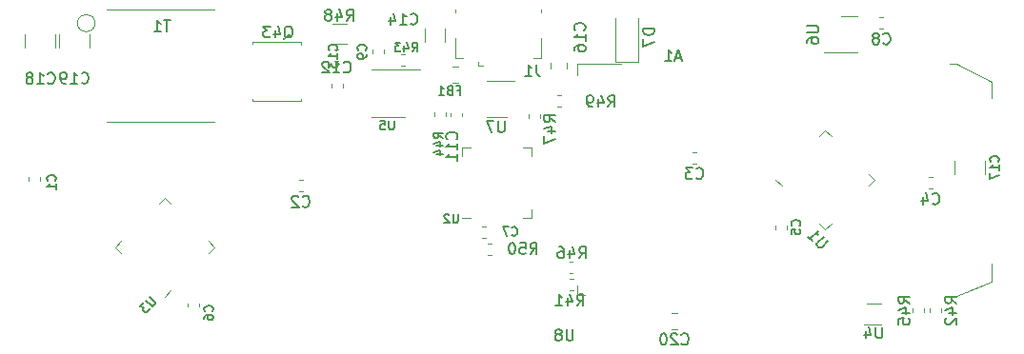
<source format=gbr>
G04 #@! TF.GenerationSoftware,KiCad,Pcbnew,(5.1.4)-1*
G04 #@! TF.CreationDate,2020-01-25T19:49:42-07:00*
G04 #@! TF.ProjectId,PCBV1,50434256-312e-46b6-9963-61645f706362,rev?*
G04 #@! TF.SameCoordinates,Original*
G04 #@! TF.FileFunction,Legend,Bot*
G04 #@! TF.FilePolarity,Positive*
%FSLAX46Y46*%
G04 Gerber Fmt 4.6, Leading zero omitted, Abs format (unit mm)*
G04 Created by KiCad (PCBNEW (5.1.4)-1) date 2020-01-25 19:49:42*
%MOMM*%
%LPD*%
G04 APERTURE LIST*
%ADD10C,0.120000*%
%ADD11C,0.101600*%
%ADD12C,0.100000*%
%ADD13C,0.150000*%
G04 APERTURE END LIST*
D10*
X104665000Y-55283578D02*
X104665000Y-54766422D01*
X106085000Y-55283578D02*
X106085000Y-54766422D01*
X112450000Y-54750000D02*
X112450000Y-50850000D01*
X110450000Y-54750000D02*
X110450000Y-50850000D01*
X112450000Y-54750000D02*
X110450000Y-54750000D01*
X115416422Y-77065000D02*
X115933578Y-77065000D01*
X115416422Y-78485000D02*
X115933578Y-78485000D01*
X106337221Y-72490000D02*
X106662779Y-72490000D01*
X106337221Y-73510000D02*
X106662779Y-73510000D01*
X106700279Y-75010000D02*
X106374721Y-75010000D01*
X106700279Y-73990000D02*
X106374721Y-73990000D01*
X138299721Y-64990000D02*
X138625279Y-64990000D01*
X138299721Y-66010000D02*
X138625279Y-66010000D01*
X117299721Y-62740000D02*
X117625279Y-62740000D01*
X117299721Y-63760000D02*
X117625279Y-63760000D01*
X82299721Y-65240000D02*
X82625279Y-65240000D01*
X82299721Y-66260000D02*
X82625279Y-66260000D01*
X99000000Y-56365000D02*
X101450000Y-56365000D01*
X100800000Y-59585000D02*
X99000000Y-59585000D01*
X98240000Y-55060000D02*
X98240000Y-54670000D01*
X98240000Y-55060000D02*
X98690000Y-55060000D01*
X103810000Y-54360000D02*
X103160000Y-54360000D01*
X103810000Y-52630000D02*
X103810000Y-54360000D01*
X96190000Y-50060000D02*
X96190000Y-50270000D01*
X103810000Y-50060000D02*
X103810000Y-50270000D01*
X96190000Y-52630000D02*
X96190000Y-54360000D01*
X96190000Y-54360000D02*
X96850000Y-54360000D01*
X128975000Y-53905000D02*
X131975000Y-53905000D01*
X130475000Y-50685000D02*
X131975000Y-50685000D01*
X132500000Y-78050000D02*
X134050000Y-78050000D01*
X134050000Y-76250000D02*
X132750000Y-76250000D01*
X136825000Y-76987779D02*
X136825000Y-76662221D01*
X137845000Y-76987779D02*
X137845000Y-76662221D01*
X138375000Y-77000279D02*
X138375000Y-76674721D01*
X139395000Y-77000279D02*
X139395000Y-76674721D01*
X133924721Y-50760000D02*
X134250279Y-50760000D01*
X133924721Y-51780000D02*
X134250279Y-51780000D01*
D11*
X107035000Y-75495000D02*
X107710000Y-75495000D01*
X107035000Y-74645000D02*
X107035000Y-75495000D01*
X143910000Y-74245000D02*
X143910000Y-72645000D01*
X140760000Y-75570000D02*
X143910000Y-74245000D01*
X140060000Y-75570000D02*
X140760000Y-75570000D01*
X143860000Y-56470000D02*
X143860000Y-57945000D01*
X140735000Y-54920000D02*
X143860000Y-56470000D01*
X140185000Y-54920000D02*
X140735000Y-54920000D01*
X107035000Y-54920000D02*
X110960000Y-54920000D01*
X107035000Y-55895000D02*
X107035000Y-54920000D01*
D10*
X64183845Y-51265000D02*
G75*
G03X64183845Y-51265000I-778845J0D01*
G01*
D12*
X65255000Y-50075000D02*
X74755000Y-50075000D01*
X65255000Y-60075000D02*
X74755000Y-60075000D01*
D10*
X125222126Y-65730330D02*
X124691796Y-65200000D01*
X133488204Y-65200000D02*
X132957874Y-65730330D01*
X132957874Y-64669670D02*
X133488204Y-65200000D01*
X129090000Y-60801796D02*
X128559670Y-61332126D01*
X129620330Y-61332126D02*
X129090000Y-60801796D01*
X129090000Y-69598204D02*
X129620330Y-69067874D01*
X128559670Y-69067874D02*
X129090000Y-69598204D01*
X99412779Y-71860000D02*
X99087221Y-71860000D01*
X99412779Y-70840000D02*
X99087221Y-70840000D01*
X105612779Y-58660000D02*
X105287221Y-58660000D01*
X105612779Y-57640000D02*
X105287221Y-57640000D01*
X86527064Y-53110000D02*
X85322936Y-53110000D01*
X86527064Y-51290000D02*
X85322936Y-51290000D01*
X102690000Y-59675279D02*
X102690000Y-59349721D01*
X103710000Y-59675279D02*
X103710000Y-59349721D01*
X82500000Y-52975000D02*
X82500000Y-53175000D01*
X78200000Y-52975000D02*
X82500000Y-52975000D01*
X78200000Y-53125000D02*
X78200000Y-52975000D01*
X78200000Y-58175000D02*
X78200000Y-58025000D01*
X82500000Y-58175000D02*
X78200000Y-58175000D01*
X82500000Y-57975000D02*
X82500000Y-58175000D01*
X63690000Y-52227936D02*
X63690000Y-53432064D01*
X60970000Y-52227936D02*
X60970000Y-53432064D01*
X60690000Y-52227936D02*
X60690000Y-53432064D01*
X57970000Y-52227936D02*
X57970000Y-53432064D01*
X93490000Y-52952064D02*
X93490000Y-51747936D01*
X95310000Y-52952064D02*
X95310000Y-51747936D01*
X85499721Y-53590000D02*
X85825279Y-53590000D01*
X85499721Y-54610000D02*
X85825279Y-54610000D01*
X95765000Y-59575279D02*
X95765000Y-59249721D01*
X96785000Y-59575279D02*
X96785000Y-59249721D01*
X89885000Y-53624721D02*
X89885000Y-53950279D01*
X88865000Y-53624721D02*
X88865000Y-53950279D01*
X140540000Y-64702064D02*
X140540000Y-63497936D01*
X143260000Y-64702064D02*
X143260000Y-63497936D01*
X59260000Y-64987221D02*
X59260000Y-65312779D01*
X58240000Y-64987221D02*
X58240000Y-65312779D01*
X124640000Y-69262221D02*
X124640000Y-69587779D01*
X125660000Y-69262221D02*
X125660000Y-69587779D01*
X72415000Y-76174721D02*
X72415000Y-76500279D01*
X73435000Y-76174721D02*
X73435000Y-76500279D01*
X98912779Y-70360000D02*
X98587221Y-70360000D01*
X98912779Y-69340000D02*
X98587221Y-69340000D01*
X102260000Y-68572500D02*
X103010000Y-68572500D01*
X103010000Y-68572500D02*
X103010000Y-67822500D01*
X97540000Y-62352500D02*
X96790000Y-62352500D01*
X96790000Y-62352500D02*
X96790000Y-63102500D01*
X102260000Y-62352500D02*
X103010000Y-62352500D01*
X103010000Y-62352500D02*
X103010000Y-63102500D01*
X97540000Y-68572500D02*
X96790000Y-68572500D01*
X70930330Y-75067874D02*
X70400000Y-75598204D01*
X70400000Y-66801796D02*
X70930330Y-67332126D01*
X69869670Y-67332126D02*
X70400000Y-66801796D01*
X66001796Y-71200000D02*
X66532126Y-71730330D01*
X66532126Y-70669670D02*
X66001796Y-71200000D01*
X74798204Y-71200000D02*
X74267874Y-70669670D01*
X74267874Y-71730330D02*
X74798204Y-71200000D01*
X86260000Y-56662221D02*
X86260000Y-56987779D01*
X85240000Y-56662221D02*
X85240000Y-56987779D01*
X91737779Y-54065000D02*
X91412221Y-54065000D01*
X91737779Y-55085000D02*
X91412221Y-55085000D01*
X95385000Y-59187221D02*
X95385000Y-59512779D01*
X94365000Y-59187221D02*
X94365000Y-59512779D01*
X90225000Y-59635000D02*
X88725000Y-59635000D01*
X90225000Y-59635000D02*
X91725000Y-59635000D01*
X90225000Y-55415000D02*
X88725000Y-55415000D01*
X90225000Y-55415000D02*
X93100000Y-55415000D01*
X95966422Y-56535000D02*
X96483578Y-56535000D01*
X95966422Y-55115000D02*
X96483578Y-55115000D01*
D13*
X107682142Y-51882142D02*
X107729761Y-51834523D01*
X107777380Y-51691666D01*
X107777380Y-51596428D01*
X107729761Y-51453571D01*
X107634523Y-51358333D01*
X107539285Y-51310714D01*
X107348809Y-51263095D01*
X107205952Y-51263095D01*
X107015476Y-51310714D01*
X106920238Y-51358333D01*
X106825000Y-51453571D01*
X106777380Y-51596428D01*
X106777380Y-51691666D01*
X106825000Y-51834523D01*
X106872619Y-51882142D01*
X107777380Y-52834523D02*
X107777380Y-52263095D01*
X107777380Y-52548809D02*
X106777380Y-52548809D01*
X106920238Y-52453571D01*
X107015476Y-52358333D01*
X107063095Y-52263095D01*
X106777380Y-53691666D02*
X106777380Y-53501190D01*
X106825000Y-53405952D01*
X106872619Y-53358333D01*
X107015476Y-53263095D01*
X107205952Y-53215476D01*
X107586904Y-53215476D01*
X107682142Y-53263095D01*
X107729761Y-53310714D01*
X107777380Y-53405952D01*
X107777380Y-53596428D01*
X107729761Y-53691666D01*
X107682142Y-53739285D01*
X107586904Y-53786904D01*
X107348809Y-53786904D01*
X107253571Y-53739285D01*
X107205952Y-53691666D01*
X107158333Y-53596428D01*
X107158333Y-53405952D01*
X107205952Y-53310714D01*
X107253571Y-53263095D01*
X107348809Y-53215476D01*
X113902380Y-51761904D02*
X112902380Y-51761904D01*
X112902380Y-52000000D01*
X112950000Y-52142857D01*
X113045238Y-52238095D01*
X113140476Y-52285714D01*
X113330952Y-52333333D01*
X113473809Y-52333333D01*
X113664285Y-52285714D01*
X113759523Y-52238095D01*
X113854761Y-52142857D01*
X113902380Y-52000000D01*
X113902380Y-51761904D01*
X112902380Y-52666666D02*
X112902380Y-53333333D01*
X113902380Y-52904761D01*
X116317857Y-79782142D02*
X116365476Y-79829761D01*
X116508333Y-79877380D01*
X116603571Y-79877380D01*
X116746428Y-79829761D01*
X116841666Y-79734523D01*
X116889285Y-79639285D01*
X116936904Y-79448809D01*
X116936904Y-79305952D01*
X116889285Y-79115476D01*
X116841666Y-79020238D01*
X116746428Y-78925000D01*
X116603571Y-78877380D01*
X116508333Y-78877380D01*
X116365476Y-78925000D01*
X116317857Y-78972619D01*
X115936904Y-78972619D02*
X115889285Y-78925000D01*
X115794047Y-78877380D01*
X115555952Y-78877380D01*
X115460714Y-78925000D01*
X115413095Y-78972619D01*
X115365476Y-79067857D01*
X115365476Y-79163095D01*
X115413095Y-79305952D01*
X115984523Y-79877380D01*
X115365476Y-79877380D01*
X114746428Y-78877380D02*
X114651190Y-78877380D01*
X114555952Y-78925000D01*
X114508333Y-78972619D01*
X114460714Y-79067857D01*
X114413095Y-79258333D01*
X114413095Y-79496428D01*
X114460714Y-79686904D01*
X114508333Y-79782142D01*
X114555952Y-79829761D01*
X114651190Y-79877380D01*
X114746428Y-79877380D01*
X114841666Y-79829761D01*
X114889285Y-79782142D01*
X114936904Y-79686904D01*
X114984523Y-79496428D01*
X114984523Y-79258333D01*
X114936904Y-79067857D01*
X114889285Y-78972619D01*
X114841666Y-78925000D01*
X114746428Y-78877380D01*
X107217857Y-72177380D02*
X107551190Y-71701190D01*
X107789285Y-72177380D02*
X107789285Y-71177380D01*
X107408333Y-71177380D01*
X107313095Y-71225000D01*
X107265476Y-71272619D01*
X107217857Y-71367857D01*
X107217857Y-71510714D01*
X107265476Y-71605952D01*
X107313095Y-71653571D01*
X107408333Y-71701190D01*
X107789285Y-71701190D01*
X106360714Y-71510714D02*
X106360714Y-72177380D01*
X106598809Y-71129761D02*
X106836904Y-71844047D01*
X106217857Y-71844047D01*
X105408333Y-71177380D02*
X105598809Y-71177380D01*
X105694047Y-71225000D01*
X105741666Y-71272619D01*
X105836904Y-71415476D01*
X105884523Y-71605952D01*
X105884523Y-71986904D01*
X105836904Y-72082142D01*
X105789285Y-72129761D01*
X105694047Y-72177380D01*
X105503571Y-72177380D01*
X105408333Y-72129761D01*
X105360714Y-72082142D01*
X105313095Y-71986904D01*
X105313095Y-71748809D01*
X105360714Y-71653571D01*
X105408333Y-71605952D01*
X105503571Y-71558333D01*
X105694047Y-71558333D01*
X105789285Y-71605952D01*
X105836904Y-71653571D01*
X105884523Y-71748809D01*
X107017857Y-76402380D02*
X107351190Y-75926190D01*
X107589285Y-76402380D02*
X107589285Y-75402380D01*
X107208333Y-75402380D01*
X107113095Y-75450000D01*
X107065476Y-75497619D01*
X107017857Y-75592857D01*
X107017857Y-75735714D01*
X107065476Y-75830952D01*
X107113095Y-75878571D01*
X107208333Y-75926190D01*
X107589285Y-75926190D01*
X106160714Y-75735714D02*
X106160714Y-76402380D01*
X106398809Y-75354761D02*
X106636904Y-76069047D01*
X106017857Y-76069047D01*
X105113095Y-76402380D02*
X105684523Y-76402380D01*
X105398809Y-76402380D02*
X105398809Y-75402380D01*
X105494047Y-75545238D01*
X105589285Y-75640476D01*
X105684523Y-75688095D01*
X138629166Y-67287142D02*
X138676785Y-67334761D01*
X138819642Y-67382380D01*
X138914880Y-67382380D01*
X139057738Y-67334761D01*
X139152976Y-67239523D01*
X139200595Y-67144285D01*
X139248214Y-66953809D01*
X139248214Y-66810952D01*
X139200595Y-66620476D01*
X139152976Y-66525238D01*
X139057738Y-66430000D01*
X138914880Y-66382380D01*
X138819642Y-66382380D01*
X138676785Y-66430000D01*
X138629166Y-66477619D01*
X137772023Y-66715714D02*
X137772023Y-67382380D01*
X138010119Y-66334761D02*
X138248214Y-67049047D01*
X137629166Y-67049047D01*
X117629166Y-65037142D02*
X117676785Y-65084761D01*
X117819642Y-65132380D01*
X117914880Y-65132380D01*
X118057738Y-65084761D01*
X118152976Y-64989523D01*
X118200595Y-64894285D01*
X118248214Y-64703809D01*
X118248214Y-64560952D01*
X118200595Y-64370476D01*
X118152976Y-64275238D01*
X118057738Y-64180000D01*
X117914880Y-64132380D01*
X117819642Y-64132380D01*
X117676785Y-64180000D01*
X117629166Y-64227619D01*
X117295833Y-64132380D02*
X116676785Y-64132380D01*
X117010119Y-64513333D01*
X116867261Y-64513333D01*
X116772023Y-64560952D01*
X116724404Y-64608571D01*
X116676785Y-64703809D01*
X116676785Y-64941904D01*
X116724404Y-65037142D01*
X116772023Y-65084761D01*
X116867261Y-65132380D01*
X117152976Y-65132380D01*
X117248214Y-65084761D01*
X117295833Y-65037142D01*
X82629166Y-67537142D02*
X82676785Y-67584761D01*
X82819642Y-67632380D01*
X82914880Y-67632380D01*
X83057738Y-67584761D01*
X83152976Y-67489523D01*
X83200595Y-67394285D01*
X83248214Y-67203809D01*
X83248214Y-67060952D01*
X83200595Y-66870476D01*
X83152976Y-66775238D01*
X83057738Y-66680000D01*
X82914880Y-66632380D01*
X82819642Y-66632380D01*
X82676785Y-66680000D01*
X82629166Y-66727619D01*
X82248214Y-66727619D02*
X82200595Y-66680000D01*
X82105357Y-66632380D01*
X81867261Y-66632380D01*
X81772023Y-66680000D01*
X81724404Y-66727619D01*
X81676785Y-66822857D01*
X81676785Y-66918095D01*
X81724404Y-67060952D01*
X82295833Y-67632380D01*
X81676785Y-67632380D01*
X106661904Y-78502380D02*
X106661904Y-79311904D01*
X106614285Y-79407142D01*
X106566666Y-79454761D01*
X106471428Y-79502380D01*
X106280952Y-79502380D01*
X106185714Y-79454761D01*
X106138095Y-79407142D01*
X106090476Y-79311904D01*
X106090476Y-78502380D01*
X105471428Y-78930952D02*
X105566666Y-78883333D01*
X105614285Y-78835714D01*
X105661904Y-78740476D01*
X105661904Y-78692857D01*
X105614285Y-78597619D01*
X105566666Y-78550000D01*
X105471428Y-78502380D01*
X105280952Y-78502380D01*
X105185714Y-78550000D01*
X105138095Y-78597619D01*
X105090476Y-78692857D01*
X105090476Y-78740476D01*
X105138095Y-78835714D01*
X105185714Y-78883333D01*
X105280952Y-78930952D01*
X105471428Y-78930952D01*
X105566666Y-78978571D01*
X105614285Y-79026190D01*
X105661904Y-79121428D01*
X105661904Y-79311904D01*
X105614285Y-79407142D01*
X105566666Y-79454761D01*
X105471428Y-79502380D01*
X105280952Y-79502380D01*
X105185714Y-79454761D01*
X105138095Y-79407142D01*
X105090476Y-79311904D01*
X105090476Y-79121428D01*
X105138095Y-79026190D01*
X105185714Y-78978571D01*
X105280952Y-78930952D01*
X100586904Y-59977380D02*
X100586904Y-60786904D01*
X100539285Y-60882142D01*
X100491666Y-60929761D01*
X100396428Y-60977380D01*
X100205952Y-60977380D01*
X100110714Y-60929761D01*
X100063095Y-60882142D01*
X100015476Y-60786904D01*
X100015476Y-59977380D01*
X99634523Y-59977380D02*
X98967857Y-59977380D01*
X99396428Y-60977380D01*
X103408333Y-54952380D02*
X103408333Y-55666666D01*
X103455952Y-55809523D01*
X103551190Y-55904761D01*
X103694047Y-55952380D01*
X103789285Y-55952380D01*
X102408333Y-55952380D02*
X102979761Y-55952380D01*
X102694047Y-55952380D02*
X102694047Y-54952380D01*
X102789285Y-55095238D01*
X102884523Y-55190476D01*
X102979761Y-55238095D01*
X127477380Y-51533095D02*
X128286904Y-51533095D01*
X128382142Y-51580714D01*
X128429761Y-51628333D01*
X128477380Y-51723571D01*
X128477380Y-51914047D01*
X128429761Y-52009285D01*
X128382142Y-52056904D01*
X128286904Y-52104523D01*
X127477380Y-52104523D01*
X127477380Y-53009285D02*
X127477380Y-52818809D01*
X127525000Y-52723571D01*
X127572619Y-52675952D01*
X127715476Y-52580714D01*
X127905952Y-52533095D01*
X128286904Y-52533095D01*
X128382142Y-52580714D01*
X128429761Y-52628333D01*
X128477380Y-52723571D01*
X128477380Y-52914047D01*
X128429761Y-53009285D01*
X128382142Y-53056904D01*
X128286904Y-53104523D01*
X128048809Y-53104523D01*
X127953571Y-53056904D01*
X127905952Y-53009285D01*
X127858333Y-52914047D01*
X127858333Y-52723571D01*
X127905952Y-52628333D01*
X127953571Y-52580714D01*
X128048809Y-52533095D01*
X134161904Y-78302380D02*
X134161904Y-79111904D01*
X134114285Y-79207142D01*
X134066666Y-79254761D01*
X133971428Y-79302380D01*
X133780952Y-79302380D01*
X133685714Y-79254761D01*
X133638095Y-79207142D01*
X133590476Y-79111904D01*
X133590476Y-78302380D01*
X132685714Y-78635714D02*
X132685714Y-79302380D01*
X132923809Y-78254761D02*
X133161904Y-78969047D01*
X132542857Y-78969047D01*
X136602380Y-76182142D02*
X136126190Y-75848809D01*
X136602380Y-75610714D02*
X135602380Y-75610714D01*
X135602380Y-75991666D01*
X135650000Y-76086904D01*
X135697619Y-76134523D01*
X135792857Y-76182142D01*
X135935714Y-76182142D01*
X136030952Y-76134523D01*
X136078571Y-76086904D01*
X136126190Y-75991666D01*
X136126190Y-75610714D01*
X135935714Y-77039285D02*
X136602380Y-77039285D01*
X135554761Y-76801190D02*
X136269047Y-76563095D01*
X136269047Y-77182142D01*
X135602380Y-78039285D02*
X135602380Y-77563095D01*
X136078571Y-77515476D01*
X136030952Y-77563095D01*
X135983333Y-77658333D01*
X135983333Y-77896428D01*
X136030952Y-77991666D01*
X136078571Y-78039285D01*
X136173809Y-78086904D01*
X136411904Y-78086904D01*
X136507142Y-78039285D01*
X136554761Y-77991666D01*
X136602380Y-77896428D01*
X136602380Y-77658333D01*
X136554761Y-77563095D01*
X136507142Y-77515476D01*
X140767380Y-76194642D02*
X140291190Y-75861309D01*
X140767380Y-75623214D02*
X139767380Y-75623214D01*
X139767380Y-76004166D01*
X139815000Y-76099404D01*
X139862619Y-76147023D01*
X139957857Y-76194642D01*
X140100714Y-76194642D01*
X140195952Y-76147023D01*
X140243571Y-76099404D01*
X140291190Y-76004166D01*
X140291190Y-75623214D01*
X140100714Y-77051785D02*
X140767380Y-77051785D01*
X139719761Y-76813690D02*
X140434047Y-76575595D01*
X140434047Y-77194642D01*
X139862619Y-77527976D02*
X139815000Y-77575595D01*
X139767380Y-77670833D01*
X139767380Y-77908928D01*
X139815000Y-78004166D01*
X139862619Y-78051785D01*
X139957857Y-78099404D01*
X140053095Y-78099404D01*
X140195952Y-78051785D01*
X140767380Y-77480357D01*
X140767380Y-78099404D01*
X134254166Y-53057142D02*
X134301785Y-53104761D01*
X134444642Y-53152380D01*
X134539880Y-53152380D01*
X134682738Y-53104761D01*
X134777976Y-53009523D01*
X134825595Y-52914285D01*
X134873214Y-52723809D01*
X134873214Y-52580952D01*
X134825595Y-52390476D01*
X134777976Y-52295238D01*
X134682738Y-52200000D01*
X134539880Y-52152380D01*
X134444642Y-52152380D01*
X134301785Y-52200000D01*
X134254166Y-52247619D01*
X133682738Y-52580952D02*
X133777976Y-52533333D01*
X133825595Y-52485714D01*
X133873214Y-52390476D01*
X133873214Y-52342857D01*
X133825595Y-52247619D01*
X133777976Y-52200000D01*
X133682738Y-52152380D01*
X133492261Y-52152380D01*
X133397023Y-52200000D01*
X133349404Y-52247619D01*
X133301785Y-52342857D01*
X133301785Y-52390476D01*
X133349404Y-52485714D01*
X133397023Y-52533333D01*
X133492261Y-52580952D01*
X133682738Y-52580952D01*
X133777976Y-52628571D01*
X133825595Y-52676190D01*
X133873214Y-52771428D01*
X133873214Y-52961904D01*
X133825595Y-53057142D01*
X133777976Y-53104761D01*
X133682738Y-53152380D01*
X133492261Y-53152380D01*
X133397023Y-53104761D01*
X133349404Y-53057142D01*
X133301785Y-52961904D01*
X133301785Y-52771428D01*
X133349404Y-52676190D01*
X133397023Y-52628571D01*
X133492261Y-52580952D01*
X116289285Y-54341666D02*
X115813095Y-54341666D01*
X116384523Y-54627380D02*
X116051190Y-53627380D01*
X115717857Y-54627380D01*
X114860714Y-54627380D02*
X115432142Y-54627380D01*
X115146428Y-54627380D02*
X115146428Y-53627380D01*
X115241666Y-53770238D01*
X115336904Y-53865476D01*
X115432142Y-53913095D01*
X70866904Y-51027380D02*
X70295476Y-51027380D01*
X70581190Y-52027380D02*
X70581190Y-51027380D01*
X69438333Y-52027380D02*
X70009761Y-52027380D01*
X69724047Y-52027380D02*
X69724047Y-51027380D01*
X69819285Y-51170238D01*
X69914523Y-51265476D01*
X70009761Y-51313095D01*
X129350973Y-70651522D02*
X128778553Y-71223942D01*
X128677538Y-71257614D01*
X128610194Y-71257614D01*
X128509179Y-71223942D01*
X128374492Y-71089255D01*
X128340820Y-70988240D01*
X128340820Y-70920896D01*
X128374492Y-70819881D01*
X128946912Y-70247461D01*
X127532698Y-70247461D02*
X127936759Y-70651522D01*
X127734729Y-70449492D02*
X128441835Y-69742385D01*
X128408164Y-69910744D01*
X128408164Y-70045431D01*
X128441835Y-70146446D01*
X102867857Y-71802380D02*
X103201190Y-71326190D01*
X103439285Y-71802380D02*
X103439285Y-70802380D01*
X103058333Y-70802380D01*
X102963095Y-70850000D01*
X102915476Y-70897619D01*
X102867857Y-70992857D01*
X102867857Y-71135714D01*
X102915476Y-71230952D01*
X102963095Y-71278571D01*
X103058333Y-71326190D01*
X103439285Y-71326190D01*
X101963095Y-70802380D02*
X102439285Y-70802380D01*
X102486904Y-71278571D01*
X102439285Y-71230952D01*
X102344047Y-71183333D01*
X102105952Y-71183333D01*
X102010714Y-71230952D01*
X101963095Y-71278571D01*
X101915476Y-71373809D01*
X101915476Y-71611904D01*
X101963095Y-71707142D01*
X102010714Y-71754761D01*
X102105952Y-71802380D01*
X102344047Y-71802380D01*
X102439285Y-71754761D01*
X102486904Y-71707142D01*
X101296428Y-70802380D02*
X101201190Y-70802380D01*
X101105952Y-70850000D01*
X101058333Y-70897619D01*
X101010714Y-70992857D01*
X100963095Y-71183333D01*
X100963095Y-71421428D01*
X101010714Y-71611904D01*
X101058333Y-71707142D01*
X101105952Y-71754761D01*
X101201190Y-71802380D01*
X101296428Y-71802380D01*
X101391666Y-71754761D01*
X101439285Y-71707142D01*
X101486904Y-71611904D01*
X101534523Y-71421428D01*
X101534523Y-71183333D01*
X101486904Y-70992857D01*
X101439285Y-70897619D01*
X101391666Y-70850000D01*
X101296428Y-70802380D01*
X109792857Y-58702380D02*
X110126190Y-58226190D01*
X110364285Y-58702380D02*
X110364285Y-57702380D01*
X109983333Y-57702380D01*
X109888095Y-57750000D01*
X109840476Y-57797619D01*
X109792857Y-57892857D01*
X109792857Y-58035714D01*
X109840476Y-58130952D01*
X109888095Y-58178571D01*
X109983333Y-58226190D01*
X110364285Y-58226190D01*
X108935714Y-58035714D02*
X108935714Y-58702380D01*
X109173809Y-57654761D02*
X109411904Y-58369047D01*
X108792857Y-58369047D01*
X108364285Y-58702380D02*
X108173809Y-58702380D01*
X108078571Y-58654761D01*
X108030952Y-58607142D01*
X107935714Y-58464285D01*
X107888095Y-58273809D01*
X107888095Y-57892857D01*
X107935714Y-57797619D01*
X107983333Y-57750000D01*
X108078571Y-57702380D01*
X108269047Y-57702380D01*
X108364285Y-57750000D01*
X108411904Y-57797619D01*
X108459523Y-57892857D01*
X108459523Y-58130952D01*
X108411904Y-58226190D01*
X108364285Y-58273809D01*
X108269047Y-58321428D01*
X108078571Y-58321428D01*
X107983333Y-58273809D01*
X107935714Y-58226190D01*
X107888095Y-58130952D01*
X86542857Y-51052380D02*
X86876190Y-50576190D01*
X87114285Y-51052380D02*
X87114285Y-50052380D01*
X86733333Y-50052380D01*
X86638095Y-50100000D01*
X86590476Y-50147619D01*
X86542857Y-50242857D01*
X86542857Y-50385714D01*
X86590476Y-50480952D01*
X86638095Y-50528571D01*
X86733333Y-50576190D01*
X87114285Y-50576190D01*
X85685714Y-50385714D02*
X85685714Y-51052380D01*
X85923809Y-50004761D02*
X86161904Y-50719047D01*
X85542857Y-50719047D01*
X85019047Y-50480952D02*
X85114285Y-50433333D01*
X85161904Y-50385714D01*
X85209523Y-50290476D01*
X85209523Y-50242857D01*
X85161904Y-50147619D01*
X85114285Y-50100000D01*
X85019047Y-50052380D01*
X84828571Y-50052380D01*
X84733333Y-50100000D01*
X84685714Y-50147619D01*
X84638095Y-50242857D01*
X84638095Y-50290476D01*
X84685714Y-50385714D01*
X84733333Y-50433333D01*
X84828571Y-50480952D01*
X85019047Y-50480952D01*
X85114285Y-50528571D01*
X85161904Y-50576190D01*
X85209523Y-50671428D01*
X85209523Y-50861904D01*
X85161904Y-50957142D01*
X85114285Y-51004761D01*
X85019047Y-51052380D01*
X84828571Y-51052380D01*
X84733333Y-51004761D01*
X84685714Y-50957142D01*
X84638095Y-50861904D01*
X84638095Y-50671428D01*
X84685714Y-50576190D01*
X84733333Y-50528571D01*
X84828571Y-50480952D01*
X105102380Y-60057142D02*
X104626190Y-59723809D01*
X105102380Y-59485714D02*
X104102380Y-59485714D01*
X104102380Y-59866666D01*
X104150000Y-59961904D01*
X104197619Y-60009523D01*
X104292857Y-60057142D01*
X104435714Y-60057142D01*
X104530952Y-60009523D01*
X104578571Y-59961904D01*
X104626190Y-59866666D01*
X104626190Y-59485714D01*
X104435714Y-60914285D02*
X105102380Y-60914285D01*
X104054761Y-60676190D02*
X104769047Y-60438095D01*
X104769047Y-61057142D01*
X104102380Y-61342857D02*
X104102380Y-62009523D01*
X105102380Y-61580952D01*
X81001428Y-52642619D02*
X81096666Y-52595000D01*
X81191904Y-52499761D01*
X81334761Y-52356904D01*
X81430000Y-52309285D01*
X81525238Y-52309285D01*
X81477619Y-52547380D02*
X81572857Y-52499761D01*
X81668095Y-52404523D01*
X81715714Y-52214047D01*
X81715714Y-51880714D01*
X81668095Y-51690238D01*
X81572857Y-51595000D01*
X81477619Y-51547380D01*
X81287142Y-51547380D01*
X81191904Y-51595000D01*
X81096666Y-51690238D01*
X81049047Y-51880714D01*
X81049047Y-52214047D01*
X81096666Y-52404523D01*
X81191904Y-52499761D01*
X81287142Y-52547380D01*
X81477619Y-52547380D01*
X80191904Y-51880714D02*
X80191904Y-52547380D01*
X80430000Y-51499761D02*
X80668095Y-52214047D01*
X80049047Y-52214047D01*
X79763333Y-51547380D02*
X79144285Y-51547380D01*
X79477619Y-51928333D01*
X79334761Y-51928333D01*
X79239523Y-51975952D01*
X79191904Y-52023571D01*
X79144285Y-52118809D01*
X79144285Y-52356904D01*
X79191904Y-52452142D01*
X79239523Y-52499761D01*
X79334761Y-52547380D01*
X79620476Y-52547380D01*
X79715714Y-52499761D01*
X79763333Y-52452142D01*
X62992857Y-56557142D02*
X63040476Y-56604761D01*
X63183333Y-56652380D01*
X63278571Y-56652380D01*
X63421428Y-56604761D01*
X63516666Y-56509523D01*
X63564285Y-56414285D01*
X63611904Y-56223809D01*
X63611904Y-56080952D01*
X63564285Y-55890476D01*
X63516666Y-55795238D01*
X63421428Y-55700000D01*
X63278571Y-55652380D01*
X63183333Y-55652380D01*
X63040476Y-55700000D01*
X62992857Y-55747619D01*
X62040476Y-56652380D02*
X62611904Y-56652380D01*
X62326190Y-56652380D02*
X62326190Y-55652380D01*
X62421428Y-55795238D01*
X62516666Y-55890476D01*
X62611904Y-55938095D01*
X61564285Y-56652380D02*
X61373809Y-56652380D01*
X61278571Y-56604761D01*
X61230952Y-56557142D01*
X61135714Y-56414285D01*
X61088095Y-56223809D01*
X61088095Y-55842857D01*
X61135714Y-55747619D01*
X61183333Y-55700000D01*
X61278571Y-55652380D01*
X61469047Y-55652380D01*
X61564285Y-55700000D01*
X61611904Y-55747619D01*
X61659523Y-55842857D01*
X61659523Y-56080952D01*
X61611904Y-56176190D01*
X61564285Y-56223809D01*
X61469047Y-56271428D01*
X61278571Y-56271428D01*
X61183333Y-56223809D01*
X61135714Y-56176190D01*
X61088095Y-56080952D01*
X59992857Y-56582142D02*
X60040476Y-56629761D01*
X60183333Y-56677380D01*
X60278571Y-56677380D01*
X60421428Y-56629761D01*
X60516666Y-56534523D01*
X60564285Y-56439285D01*
X60611904Y-56248809D01*
X60611904Y-56105952D01*
X60564285Y-55915476D01*
X60516666Y-55820238D01*
X60421428Y-55725000D01*
X60278571Y-55677380D01*
X60183333Y-55677380D01*
X60040476Y-55725000D01*
X59992857Y-55772619D01*
X59040476Y-56677380D02*
X59611904Y-56677380D01*
X59326190Y-56677380D02*
X59326190Y-55677380D01*
X59421428Y-55820238D01*
X59516666Y-55915476D01*
X59611904Y-55963095D01*
X58469047Y-56105952D02*
X58564285Y-56058333D01*
X58611904Y-56010714D01*
X58659523Y-55915476D01*
X58659523Y-55867857D01*
X58611904Y-55772619D01*
X58564285Y-55725000D01*
X58469047Y-55677380D01*
X58278571Y-55677380D01*
X58183333Y-55725000D01*
X58135714Y-55772619D01*
X58088095Y-55867857D01*
X58088095Y-55915476D01*
X58135714Y-56010714D01*
X58183333Y-56058333D01*
X58278571Y-56105952D01*
X58469047Y-56105952D01*
X58564285Y-56153571D01*
X58611904Y-56201190D01*
X58659523Y-56296428D01*
X58659523Y-56486904D01*
X58611904Y-56582142D01*
X58564285Y-56629761D01*
X58469047Y-56677380D01*
X58278571Y-56677380D01*
X58183333Y-56629761D01*
X58135714Y-56582142D01*
X58088095Y-56486904D01*
X58088095Y-56296428D01*
X58135714Y-56201190D01*
X58183333Y-56153571D01*
X58278571Y-56105952D01*
X92242857Y-51307142D02*
X92290476Y-51354761D01*
X92433333Y-51402380D01*
X92528571Y-51402380D01*
X92671428Y-51354761D01*
X92766666Y-51259523D01*
X92814285Y-51164285D01*
X92861904Y-50973809D01*
X92861904Y-50830952D01*
X92814285Y-50640476D01*
X92766666Y-50545238D01*
X92671428Y-50450000D01*
X92528571Y-50402380D01*
X92433333Y-50402380D01*
X92290476Y-50450000D01*
X92242857Y-50497619D01*
X91290476Y-51402380D02*
X91861904Y-51402380D01*
X91576190Y-51402380D02*
X91576190Y-50402380D01*
X91671428Y-50545238D01*
X91766666Y-50640476D01*
X91861904Y-50688095D01*
X90433333Y-50735714D02*
X90433333Y-51402380D01*
X90671428Y-50354761D02*
X90909523Y-51069047D01*
X90290476Y-51069047D01*
X86292857Y-55582142D02*
X86340476Y-55629761D01*
X86483333Y-55677380D01*
X86578571Y-55677380D01*
X86721428Y-55629761D01*
X86816666Y-55534523D01*
X86864285Y-55439285D01*
X86911904Y-55248809D01*
X86911904Y-55105952D01*
X86864285Y-54915476D01*
X86816666Y-54820238D01*
X86721428Y-54725000D01*
X86578571Y-54677380D01*
X86483333Y-54677380D01*
X86340476Y-54725000D01*
X86292857Y-54772619D01*
X85340476Y-55677380D02*
X85911904Y-55677380D01*
X85626190Y-55677380D02*
X85626190Y-54677380D01*
X85721428Y-54820238D01*
X85816666Y-54915476D01*
X85911904Y-54963095D01*
X84959523Y-54772619D02*
X84911904Y-54725000D01*
X84816666Y-54677380D01*
X84578571Y-54677380D01*
X84483333Y-54725000D01*
X84435714Y-54772619D01*
X84388095Y-54867857D01*
X84388095Y-54963095D01*
X84435714Y-55105952D01*
X85007142Y-55677380D01*
X84388095Y-55677380D01*
X96307142Y-61582142D02*
X96354761Y-61534523D01*
X96402380Y-61391666D01*
X96402380Y-61296428D01*
X96354761Y-61153571D01*
X96259523Y-61058333D01*
X96164285Y-61010714D01*
X95973809Y-60963095D01*
X95830952Y-60963095D01*
X95640476Y-61010714D01*
X95545238Y-61058333D01*
X95450000Y-61153571D01*
X95402380Y-61296428D01*
X95402380Y-61391666D01*
X95450000Y-61534523D01*
X95497619Y-61582142D01*
X96402380Y-62534523D02*
X96402380Y-61963095D01*
X96402380Y-62248809D02*
X95402380Y-62248809D01*
X95545238Y-62153571D01*
X95640476Y-62058333D01*
X95688095Y-61963095D01*
X96402380Y-63486904D02*
X96402380Y-62915476D01*
X96402380Y-63201190D02*
X95402380Y-63201190D01*
X95545238Y-63105952D01*
X95640476Y-63010714D01*
X95688095Y-62915476D01*
X88230714Y-53654166D02*
X88268809Y-53616071D01*
X88306904Y-53501785D01*
X88306904Y-53425595D01*
X88268809Y-53311309D01*
X88192619Y-53235119D01*
X88116428Y-53197023D01*
X87964047Y-53158928D01*
X87849761Y-53158928D01*
X87697380Y-53197023D01*
X87621190Y-53235119D01*
X87545000Y-53311309D01*
X87506904Y-53425595D01*
X87506904Y-53501785D01*
X87545000Y-53616071D01*
X87583095Y-53654166D01*
X88306904Y-54035119D02*
X88306904Y-54187500D01*
X88268809Y-54263690D01*
X88230714Y-54301785D01*
X88116428Y-54377976D01*
X87964047Y-54416071D01*
X87659285Y-54416071D01*
X87583095Y-54377976D01*
X87545000Y-54339880D01*
X87506904Y-54263690D01*
X87506904Y-54111309D01*
X87545000Y-54035119D01*
X87583095Y-53997023D01*
X87659285Y-53958928D01*
X87849761Y-53958928D01*
X87925952Y-53997023D01*
X87964047Y-54035119D01*
X88002142Y-54111309D01*
X88002142Y-54263690D01*
X87964047Y-54339880D01*
X87925952Y-54377976D01*
X87849761Y-54416071D01*
X144465714Y-63585714D02*
X144503809Y-63547619D01*
X144541904Y-63433333D01*
X144541904Y-63357142D01*
X144503809Y-63242857D01*
X144427619Y-63166666D01*
X144351428Y-63128571D01*
X144199047Y-63090476D01*
X144084761Y-63090476D01*
X143932380Y-63128571D01*
X143856190Y-63166666D01*
X143780000Y-63242857D01*
X143741904Y-63357142D01*
X143741904Y-63433333D01*
X143780000Y-63547619D01*
X143818095Y-63585714D01*
X144541904Y-64347619D02*
X144541904Y-63890476D01*
X144541904Y-64119047D02*
X143741904Y-64119047D01*
X143856190Y-64042857D01*
X143932380Y-63966666D01*
X143970476Y-63890476D01*
X143741904Y-64614285D02*
X143741904Y-65147619D01*
X144541904Y-64804761D01*
X60635714Y-65266666D02*
X60673809Y-65228571D01*
X60711904Y-65114285D01*
X60711904Y-65038095D01*
X60673809Y-64923809D01*
X60597619Y-64847619D01*
X60521428Y-64809523D01*
X60369047Y-64771428D01*
X60254761Y-64771428D01*
X60102380Y-64809523D01*
X60026190Y-64847619D01*
X59950000Y-64923809D01*
X59911904Y-65038095D01*
X59911904Y-65114285D01*
X59950000Y-65228571D01*
X59988095Y-65266666D01*
X60711904Y-66028571D02*
X60711904Y-65571428D01*
X60711904Y-65800000D02*
X59911904Y-65800000D01*
X60026190Y-65723809D01*
X60102380Y-65647619D01*
X60140476Y-65571428D01*
X126785714Y-69291666D02*
X126823809Y-69253571D01*
X126861904Y-69139285D01*
X126861904Y-69063095D01*
X126823809Y-68948809D01*
X126747619Y-68872619D01*
X126671428Y-68834523D01*
X126519047Y-68796428D01*
X126404761Y-68796428D01*
X126252380Y-68834523D01*
X126176190Y-68872619D01*
X126100000Y-68948809D01*
X126061904Y-69063095D01*
X126061904Y-69139285D01*
X126100000Y-69253571D01*
X126138095Y-69291666D01*
X126061904Y-70015476D02*
X126061904Y-69634523D01*
X126442857Y-69596428D01*
X126404761Y-69634523D01*
X126366666Y-69710714D01*
X126366666Y-69901190D01*
X126404761Y-69977380D01*
X126442857Y-70015476D01*
X126519047Y-70053571D01*
X126709523Y-70053571D01*
X126785714Y-70015476D01*
X126823809Y-69977380D01*
X126861904Y-69901190D01*
X126861904Y-69710714D01*
X126823809Y-69634523D01*
X126785714Y-69596428D01*
X74610714Y-76904166D02*
X74648809Y-76866071D01*
X74686904Y-76751785D01*
X74686904Y-76675595D01*
X74648809Y-76561309D01*
X74572619Y-76485119D01*
X74496428Y-76447023D01*
X74344047Y-76408928D01*
X74229761Y-76408928D01*
X74077380Y-76447023D01*
X74001190Y-76485119D01*
X73925000Y-76561309D01*
X73886904Y-76675595D01*
X73886904Y-76751785D01*
X73925000Y-76866071D01*
X73963095Y-76904166D01*
X73886904Y-77589880D02*
X73886904Y-77437500D01*
X73925000Y-77361309D01*
X73963095Y-77323214D01*
X74077380Y-77247023D01*
X74229761Y-77208928D01*
X74534523Y-77208928D01*
X74610714Y-77247023D01*
X74648809Y-77285119D01*
X74686904Y-77361309D01*
X74686904Y-77513690D01*
X74648809Y-77589880D01*
X74610714Y-77627976D01*
X74534523Y-77666071D01*
X74344047Y-77666071D01*
X74267857Y-77627976D01*
X74229761Y-77589880D01*
X74191666Y-77513690D01*
X74191666Y-77361309D01*
X74229761Y-77285119D01*
X74267857Y-77247023D01*
X74344047Y-77208928D01*
X101233333Y-70110714D02*
X101271428Y-70148809D01*
X101385714Y-70186904D01*
X101461904Y-70186904D01*
X101576190Y-70148809D01*
X101652380Y-70072619D01*
X101690476Y-69996428D01*
X101728571Y-69844047D01*
X101728571Y-69729761D01*
X101690476Y-69577380D01*
X101652380Y-69501190D01*
X101576190Y-69425000D01*
X101461904Y-69386904D01*
X101385714Y-69386904D01*
X101271428Y-69425000D01*
X101233333Y-69463095D01*
X100966666Y-69386904D02*
X100433333Y-69386904D01*
X100776190Y-70186904D01*
X96459523Y-68224404D02*
X96459523Y-68872023D01*
X96421428Y-68948214D01*
X96383333Y-68986309D01*
X96307142Y-69024404D01*
X96154761Y-69024404D01*
X96078571Y-68986309D01*
X96040476Y-68948214D01*
X96002380Y-68872023D01*
X96002380Y-68224404D01*
X95659523Y-68300595D02*
X95621428Y-68262500D01*
X95545238Y-68224404D01*
X95354761Y-68224404D01*
X95278571Y-68262500D01*
X95240476Y-68300595D01*
X95202380Y-68376785D01*
X95202380Y-68452976D01*
X95240476Y-68567261D01*
X95697619Y-69024404D01*
X95202380Y-69024404D01*
X69036294Y-75621101D02*
X69494230Y-76079037D01*
X69521167Y-76159849D01*
X69521167Y-76213724D01*
X69494230Y-76294536D01*
X69386480Y-76402286D01*
X69305668Y-76429223D01*
X69251793Y-76429223D01*
X69170981Y-76402286D01*
X68713045Y-75944350D01*
X68497546Y-76159849D02*
X68147360Y-76510035D01*
X68551421Y-76536973D01*
X68470608Y-76617785D01*
X68443671Y-76698597D01*
X68443671Y-76752472D01*
X68470608Y-76833284D01*
X68605295Y-76967971D01*
X68686108Y-76994908D01*
X68739982Y-76994908D01*
X68820795Y-76967971D01*
X68982419Y-76806347D01*
X69009356Y-76725534D01*
X69009356Y-76671660D01*
X85660714Y-53660714D02*
X85698809Y-53622619D01*
X85736904Y-53508333D01*
X85736904Y-53432142D01*
X85698809Y-53317857D01*
X85622619Y-53241666D01*
X85546428Y-53203571D01*
X85394047Y-53165476D01*
X85279761Y-53165476D01*
X85127380Y-53203571D01*
X85051190Y-53241666D01*
X84975000Y-53317857D01*
X84936904Y-53432142D01*
X84936904Y-53508333D01*
X84975000Y-53622619D01*
X85013095Y-53660714D01*
X85736904Y-54422619D02*
X85736904Y-53965476D01*
X85736904Y-54194047D02*
X84936904Y-54194047D01*
X85051190Y-54117857D01*
X85127380Y-54041666D01*
X85165476Y-53965476D01*
X84936904Y-54689285D02*
X84936904Y-55184523D01*
X85241666Y-54917857D01*
X85241666Y-55032142D01*
X85279761Y-55108333D01*
X85317857Y-55146428D01*
X85394047Y-55184523D01*
X85584523Y-55184523D01*
X85660714Y-55146428D01*
X85698809Y-55108333D01*
X85736904Y-55032142D01*
X85736904Y-54803571D01*
X85698809Y-54727380D01*
X85660714Y-54689285D01*
X92364285Y-53786904D02*
X92630952Y-53405952D01*
X92821428Y-53786904D02*
X92821428Y-52986904D01*
X92516666Y-52986904D01*
X92440476Y-53025000D01*
X92402380Y-53063095D01*
X92364285Y-53139285D01*
X92364285Y-53253571D01*
X92402380Y-53329761D01*
X92440476Y-53367857D01*
X92516666Y-53405952D01*
X92821428Y-53405952D01*
X91678571Y-53253571D02*
X91678571Y-53786904D01*
X91869047Y-52948809D02*
X92059523Y-53520238D01*
X91564285Y-53520238D01*
X91335714Y-52986904D02*
X90840476Y-52986904D01*
X91107142Y-53291666D01*
X90992857Y-53291666D01*
X90916666Y-53329761D01*
X90878571Y-53367857D01*
X90840476Y-53444047D01*
X90840476Y-53634523D01*
X90878571Y-53710714D01*
X90916666Y-53748809D01*
X90992857Y-53786904D01*
X91221428Y-53786904D01*
X91297619Y-53748809D01*
X91335714Y-53710714D01*
X95086904Y-61485714D02*
X94705952Y-61219047D01*
X95086904Y-61028571D02*
X94286904Y-61028571D01*
X94286904Y-61333333D01*
X94325000Y-61409523D01*
X94363095Y-61447619D01*
X94439285Y-61485714D01*
X94553571Y-61485714D01*
X94629761Y-61447619D01*
X94667857Y-61409523D01*
X94705952Y-61333333D01*
X94705952Y-61028571D01*
X94553571Y-62171428D02*
X95086904Y-62171428D01*
X94248809Y-61980952D02*
X94820238Y-61790476D01*
X94820238Y-62285714D01*
X94553571Y-62933333D02*
X95086904Y-62933333D01*
X94248809Y-62742857D02*
X94820238Y-62552380D01*
X94820238Y-63047619D01*
X90784523Y-59936904D02*
X90784523Y-60584523D01*
X90746428Y-60660714D01*
X90708333Y-60698809D01*
X90632142Y-60736904D01*
X90479761Y-60736904D01*
X90403571Y-60698809D01*
X90365476Y-60660714D01*
X90327380Y-60584523D01*
X90327380Y-59936904D01*
X89565476Y-59936904D02*
X89946428Y-59936904D01*
X89984523Y-60317857D01*
X89946428Y-60279761D01*
X89870238Y-60241666D01*
X89679761Y-60241666D01*
X89603571Y-60279761D01*
X89565476Y-60317857D01*
X89527380Y-60394047D01*
X89527380Y-60584523D01*
X89565476Y-60660714D01*
X89603571Y-60698809D01*
X89679761Y-60736904D01*
X89870238Y-60736904D01*
X89946428Y-60698809D01*
X89984523Y-60660714D01*
X96391666Y-57242857D02*
X96658333Y-57242857D01*
X96658333Y-57661904D02*
X96658333Y-56861904D01*
X96277380Y-56861904D01*
X95705952Y-57242857D02*
X95591666Y-57280952D01*
X95553571Y-57319047D01*
X95515476Y-57395238D01*
X95515476Y-57509523D01*
X95553571Y-57585714D01*
X95591666Y-57623809D01*
X95667857Y-57661904D01*
X95972619Y-57661904D01*
X95972619Y-56861904D01*
X95705952Y-56861904D01*
X95629761Y-56900000D01*
X95591666Y-56938095D01*
X95553571Y-57014285D01*
X95553571Y-57090476D01*
X95591666Y-57166666D01*
X95629761Y-57204761D01*
X95705952Y-57242857D01*
X95972619Y-57242857D01*
X94753571Y-57661904D02*
X95210714Y-57661904D01*
X94982142Y-57661904D02*
X94982142Y-56861904D01*
X95058333Y-56976190D01*
X95134523Y-57052380D01*
X95210714Y-57090476D01*
M02*

</source>
